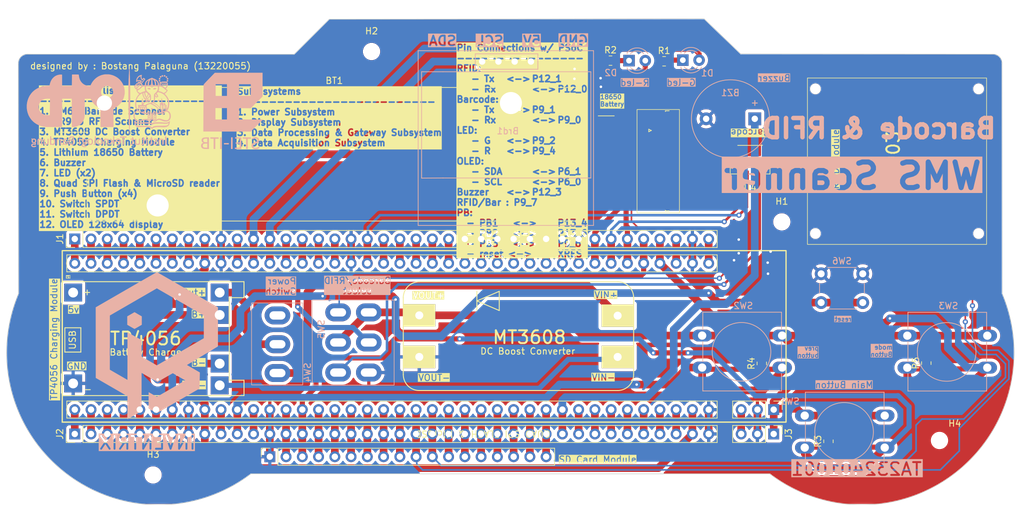
<source format=kicad_pcb>
(kicad_pcb (version 20221018) (generator pcbnew)
  (layers (0 "F.Cu" signal) (31 "B.Cu" signal) (34 "B.Paste" user) (35 "F.Paste" user) (36 "B.SilkS" user "B.Silkscreen") (37 "F.SilkS" user "F.Silkscreen") (38 "B.Mask" user) (39 "F.Mask" user) (44 "Edge.Cuts" user))
  (net 0 "")
  (net 1 "GND")
  (net 2 "+5V")
  (net 3 "P6_0")
  (net 4 "P6_1")
  (net 5 "P12_3")
  (net 6 "Net-(D1-K)")
  (net 7 "P9_2")
  (net 8 "Net-(D2-K)")
  (net 9 "P9_4")
  (net 10 "P5_0")
  (net 11 "P5_1")
  (net 12 "P5_2")
  (net 13 "P5_3")
  (net 14 "P5_4")
  (net 15 "P5_5")
  (net 16 "P5_6")
  (net 17 "P5_7")
  (net 18 "VTARG")
  (net 19 "VDD_USB")
  (net 20 "P6_2")
  (net 21 "P6_4")
  (net 22 "P6_5")
  (net 23 "P6_VDD")
  (net 24 "P9_0")
  (net 25 "P9_5")
  (net 26 "P9_3")
  (net 27 "P8_5")
  (net 28 "P8_2")
  (net 29 "P1_0")
  (net 30 "P6_3")
  (net 31 "P8_1")
  (net 32 "P8_6")
  (net 33 "P8_4")
  (net 34 "P8_3")
  (net 35 "P8_7")
  (net 36 "P8_0")
  (net 37 "P9_1")
  (net 38 "P9_7")
  (net 39 "P9_6")
  (net 40 "VBACKUP")
  (net 41 "VREF")
  (net 42 "B.TX")
  (net 43 "B.RTS")
  (net 44 "B.CTS")
  (net 45 "B.RX")
  (net 46 "P6_6")
  (net 47 "P6_7")
  (net 48 "XRES")
  (net 49 "P0_4")
  (net 50 "P13_6")
  (net 51 "P13_7")
  (net 52 "P13_5")
  (net 53 "P13_4")
  (net 54 "P13_0")
  (net 55 "P13_3")
  (net 56 "P13_2")
  (net 57 "P13_1")
  (net 58 "VDDIO_0")
  (net 59 "P12_4")
  (net 60 "P12_1")
  (net 61 "P12_0")
  (net 62 "P12_5")
  (net 63 "P11_6")
  (net 64 "P11_5")
  (net 65 "P11_7")
  (net 66 "P11_2")
  (net 67 "P11_3")
  (net 68 "P11_4")
  (net 69 "P0_5")
  (net 70 "P10_5")
  (net 71 "P10_1")
  (net 72 "P10_2")
  (net 73 "P10_4")
  (net 74 "P10_3")
  (net 75 "P10_0")
  (net 76 "+3V3")
  (net 77 "/Subsistem Power/BAT+")
  (net 78 "/Subsistem Power/BAT-")
  (net 79 "/POWER_RFID")
  (net 80 "/POWER_BARCODE")
  (net 81 "/Subsistem Power/PWR_SWITCH_OUT")
  (net 82 "/Subsistem Power/TP4056_OUT+")
  (net 94 "+5VA")
  (net 95 "/Subsistem Power/TP4056_OUT-")
  (footprint "Resistor_SMD:R_0805_2012Metric" (layer "F.Cu") (at 167.2825 50.2158)
    (fp_text reference "R1")
    (fp_text value "82")
  )
  (footprint "WMS_components:MT3608_module_v2" (layer "F.Cu") (at 146.02 93.166)
    (fp_text reference "U3" hide)
    (fp_text value "~")
  )
  (footprint "Resistor_SMD:R_0805_2012Metric" (layer "F.Cu") (at 192.9638 109.6029 90)
    (fp_text reference "R3")
    (fp_text value "10k")
  )
  (footprint "Battery:BatteryHolder_Keystone_1042_1x18650" (layer "F.Cu") (at 115.737 64.7446)
    (fp_text reference "BT1")
    (fp_text value "Battery")
  )
  (footprint "Resistor_SMD:R_0805_2012Metric" (layer "F.Cu") (at 158.9043 50.1142)
    (fp_text reference "R2")
    (fp_text value "120")
  )
  (footprint "MountingHole:MountingHole_2.2mm_M2" (layer "F.Cu") (at 185.674 75.311)
    (fp_text reference "H1")
    (fp_text value "MountingHole")
  )
  (footprint "Connector_PinHeader_2.54mm:PinHeader_1x40_P2.54mm_Vertical" (layer "F.Cu") (at 75.184 108.458 90)
    (fp_text reference "J2")
    (fp_text value "Conn_01x40_Socket")
  )
  (footprint "WMS_components:YR903_RFID_Scanner_FPC_v2" (layer "F.Cu") (at 203.6761 65.83 90)
    (fp_text reference "U1" hide)
    (fp_text value "~")
    (fp_circle (center -11.3 -12.75) (end -10.45 -12.75) (stroke (width 0.05)) (fill none) (layer "Edge.Cuts"))
    (fp_circle (center -11.3 12.75) (end -10.45 12.75) (stroke (width 0.05)) (fill none) (layer "Edge.Cuts"))
    (fp_circle (center 11.3 -12.75) (end 12.15 -12.75) (stroke (width 0.05)) (fill none) (layer "Edge.Cuts"))
    (fp_circle (center 11.3 12.75) (end 12.15 12.75) (stroke (width 0.05)) (fill none) (layer "Edge.Cuts"))
  )
  (footprint "Connector_PinHeader_2.54mm:PinHeader_1x03_P2.54mm_Vertical" (layer "F.Cu") (at 184.404 108.458 -90)
    (fp_text reference "J3")
    (fp_text value "Conn_01x03_Socket")
  )
  (footprint "MountingHole:MountingHole_2.2mm_M2" (layer "F.Cu") (at 210.312 109.474)
    (fp_text reference "H4")
    (fp_text value "MountingHole")
  )
  (footprint "MountingHole:MountingHole_2.2mm_M2" (layer "F.Cu") (at 121.5644 48.6918)
    (fp_text reference "H2")
    (fp_text value "MountingHole")
  )
  (footprint "Connector_JST:JST_SH_SM04B-SRSS-TB_1x04-1MP_P1.00mm_Horizontal" (layer "F.Cu") (at 180.721 66.04 180)
    (fp_text reference "U4")
    (fp_text value "~")
  )
  (footprint "Resistor_SMD:R_0805_2012Metric" (layer "F.Cu") (at 182.5498 97.4325 90)
    (fp_text reference "R4")
    (fp_text value "10k")
  )
  (footprint "Resistor_SMD:R_0805_2012Metric" (layer "F.Cu") (at 208.2546 97.3817 90)
    (fp_text reference "R5")
    (fp_text value "10k")
  )
  (footprint "WMS_components:CY8CPROTO-062-4343W_v3" (layer "F.Cu") (at 124.74 92.329 90)
    (fp_text reference "U6" hide)
    (fp_text value "~")
  )
  (footprint "MountingHole:MountingHole_2.2mm_M2" (layer "F.Cu") (at 87.4268 114.8588)
    (fp_text reference "H3")
    (fp_text value "MountingHole")
  )
  (footprint "WMS_components:Quad_SPI_flash_microSD_v2" (layer "F.Cu") (at 105.664 112.014 90)
    (fp_text reference "U5" hide)
    (fp_text value "~")
  )
  (footprint "WMS_components:TP4056-18650_v2" (layer "F.Cu") (at 73.23 84.66)
    (fp_text reference "U2" hide)
    (fp_text value "~")
  )
  (footprint "Connector_PinHeader_2.54mm:PinHeader_1x40_P2.54mm_Vertical" (layer "F.Cu") (at 75.184 77.978 90)
    (fp_text reference "J1")
    (fp_text value "Conn_01x40_Socket")
  )
  (footprint "WMS_components:DPDT" (layer "B.Cu") (at 116.332 89.4568 -90)
    (fp_text reference "SW5")
    (fp_text value "SW_Push_DPDT")
  )
  (footprint "Button_Switch_THT:SW_PUSH-12mm" (layer "B.Cu") (at 185.7248 93.0802 180)
    (fp_text reference "SW2")
    (fp_text value "SW_Push_Open")
  )
  (footprint "Buzzer_Beeper:Buzzer_12x9.5RM7.6" (layer "B.Cu") (at 181.4476 59.2074 180)
    (fp_text reference "BZ1")
    (fp_text value "Buzzer")
  )
  (footprint "img:stei-itb" (layer "B.Cu") (at 99.7458 57.9882 180)
    (fp_text reference "G***" hide)
    (fp_text value "LOGO" hide)
  )
  (footprint "img:itb" (layer "B.Cu") (at 78.9432 57.3024 180)
    (fp_text reference "G***" hide)
    (fp_text value "LOGO" hide)
  )
  (footprint "WMS_components:SPDT" (layer "B.Cu") (at 106.8578 98.933 90)
    (fp_text reference "SW4")
    (fp_text value "SW_SPDT")
  )
  (footprint "WMS_components:128x64OLED" (layer "B.Cu") (at 142.8496 60.8584 180)
    (fp_text reference "Brd1")
    (fp_text value "SSD1306")
  )
  (footprint "Button_Switch_THT:SW_PUSH-12mm" (layer "B.Cu") (at 217.7828 93.0948 180)
    (fp_text reference "SW3")
    (fp_text value "SW_Push_Open")
  )
  (footprint "LED_THT:LED_D3.0mm" (layer "B.Cu") (at 170.2054 50.038)
    (fp_text reference "D1")
    (fp_text value "LED")
  )
  (footprint "LED_THT:LED_D3.0mm" (layer "B.Cu") (at 161.798 50.1142)
    (fp_text reference "D2")
    (fp_text value "LED")
  )
  (footprint "Button_Switch_THT:SW_PUSH-12mm" (layer "B.Cu") (at 201.7554 105.5878 180)
    (fp_text reference "SW1")
    (fp_text value "SW_Push_Open")
  )
  (footprint "Button_Switch_THT:SW_PUSH_6mm_H9.5mm" (layer "B.Cu") (at 198.322 83.4242 180)
    (fp_text reference "SW6")
    (fp_text value "SW_Push_Open")
  )
  (footprint "img:inventrix_logo" (layer "B.Cu") (at 87.7824 94.6404 180)
    (fp_text reference "G***" hide)
    (fp_text value "LOGO" hide)
  )
  (gr_arc (start 102.713788 114.680999) (mid 73.739914 114.550188) (end 66.399059 86.521375) (stroke (width 0.1)) (layer "Edge.Cuts"))
  (gr_line (start 114.955035 43.6438) (end 109.474 49.1236) (stroke (width 0.1)) (layer "Edge.Cuts"))
  (gr_line (start 109.474 49.1236) (end 67.7672 49.1048) (stroke (width 0.1)) (layer "Edge.Cuts"))
  (gr_line (start 218.683271 49.1048) (end 179.2478 49.0728) (stroke (width 0.1)) (layer "Edge.Cuts"))
  (gr_arc (start 218.683271 49.1048) (mid 219.671099 49.513972) (end 220.080271 50.5018) (stroke (width 0.1)) (layer "Edge.Cuts"))
  (gr_line (start 151.8412 114.681) (end 183.794401 114.680999) (stroke (width 0.1)) (layer "Edge.Cuts"))
  (gr_arc (start 220.10913 86.521375) (mid 212.768276 114.550189) (end 183.794401 114.680999) (stroke (width 0.1)) (layer "Edge.Cuts"))
  (gr_line (start 66.399059 86.521375) (end 66.3702 50.5018) (stroke (width 0.1)) (layer "Edge.Cuts"))
  (gr_arc (start 66.3702 50.5018) (mid 66.779372 49.513972) (end 67.7672 49.1048) (stroke (width 0.1)) (layer "Edge.Cuts"))
  (gr_line (start 220.10913 86.521375) (end 220.080271 50.5018) (stroke (width 0.1)) (layer "Edge.Cuts"))
  (gr_line (start 114.955035 43.6438) (end 173.2534 43.5864) (stroke (width 0.1)) (layer "Edge.Cuts"))
  (gr_line (start 173.2534 43.5864) (end 173.5328 43.5864) (stroke (width 0.1)) (layer "Edge.Cuts"))
  (gr_line (start 102.713788 114.680999) (end 151.8412 114.681) (stroke (width 0.1)) (layer "Edge.Cuts"))
  (gr_line (start 179.2478 49.0728) (end 173.5328 43.5864) (stroke (width 0.1)) (layer "Edge.Cuts"))
  (gr_text "R-led" (at 165.0746 54.1528) (layer "B.SilkS" knockout) (effects (font (size 1 1)) (justify left bottom mirror)))
  (gr_text "Barcode/RFID\nselect" (at 119.3546 86.6902) (layer "B.SilkS" knockout) (effects (font (size 1 1)) (justify bottom mirror)))
  (gr_text "reset" (at 196.6468 90.932) (layer "B.SilkS" knockout) (effects (font (size 0.7 0.7)) (justify left bottom mirror)))
  (gr_text "Buzzer" (at 187.1218 53.4162) (layer "B.SilkS" knockout) (effects (font (size 1 1)) (justify left bottom mirror)))
  (gr_text "Barcode & RFID" (at 219.5068 62.484) (layer "B.SilkS") (effects (font (size 3 3) (thickness 0.7) bold) (justify left bottom mirror)))
  (gr_text "mode\nButton" (at 203.0476 96.4438) (layer "B.SilkS" knockout) (effects (font (size 0.7 0.7)) (justify left bottom mirror)))
  (gr_text "Power\nSwitch" (at 109.8804 86.7664) (layer "B.SilkS" knockout) (effects (font (size 1 1)) (justify left bottom mirror)))
  (gr_text "WMS Scanner" (at 217.2716 70.485) (layer "B.SilkS" knockout) (effects (font (size 4 4) (thickness 0.8) bold) (justify left bottom mirror)))
  (gr_text "prev\nbutton" (at 191.5414 96.5962) (layer "B.SilkS" knockout) (effects (font (size 0.7 0.7)) (justify left bottom mirror)))
  (gr_text "INVENTRIX" (at 94.2594 111.0234) (layer "B.SilkS" knockout) (effects (font (size 2 2) (thickness 0.3)) (justify left bottom mirror)))
  (gr_text "Main Button" (at 200.025 101.3714) (layer "B.SilkS" knockout) (effects (font (size 1 1)) (justify left bottom mirror)))
  (gr_text "G-led" (at 172.3136 54.1274) (layer "B.SilkS" knockout) (effects (font (size 1 1)) (justify left bottom mirror)))
  (gr_text "TA232401001" (at 207.7212 115.1128) (layer "B.SilkS" knockout) (effects (font (size 2 2) (thickness 0.3)) (justify left bottom mirror)))
  (gr_text "designed by : Bostang Palaguna (13220055)" (at 68.1228 51.5366) (layer "F.SilkS") (effects (font (size 1 1)) (justify left bottom)))
  (gr_text "Sub-systems\n-------------------------\n1. Power Subsystem\n2. Display Subsystem\n3. Data Processing & Gateway Subsystem\n4. Data Acquisition Subsystem" (at 100.4062 63.5508) (layer "F.SilkS" knockout) (effects (font (size 1 1) (thickness 0.25)) (justify left bottom)))
  (gr_text "SD Card Module" (at 150.7236 113.03) (layer "F.SilkS" knockout) (effects (font (size 1 1)) (justify left bottom)))
  (gr_text "RFID Module" (at 194.691 70.2818 90) (layer "F.SilkS" knockout) (effects (font (size 1 1)) (justify left bottom)))
  (gr_text "18650\nBattery" (at 157.2006 57.3278) (layer "F.SilkS" knockout) (effects (font (size 0.7 0.7)) (justify left bottom)))
  (gr_text "TP4056 Charging Module" (at 72.517 103.2256 90) (layer "F.SilkS" knockout) (effects (font (size 1 1)) (justify left bottom)))
  (gr_text "Components list\n-----------------------\n1. GM67 Barcode Scanner\n2. YR903 RFID Scanner\n3. MT3608 DC Boost Converter\n4. TP4056 Charging Module\n5. Lithium 18650 Battery\n6. Buzzer\n7. LED (x2)\n8. Quad SPI Flash & MicroSD reader\n9. Push Button (x4)\n10. Switch SPDT\n11. Switch DPDT\n12. OLED 128x64 display" (at 69.5198 76.3016) (layer "F.SilkS" knockout) (effects (font (size 1 1) (thickness 0.25)) (justify left bottom)))
  (gr_text "Barcode" (at 183.8452 60.7822 180) (layer "F.SilkS" knockout) (effects (font (size 1 1)) (justify left bottom)))
  (gr_text "Pin Connections w/ PSoC\n----------------\nRFID:\n   - Tx	<->	P12_1\n   - Rx 	<->	P12_0\nBarcode:\n   - Tx	<->	P9_1\n   - Rx 	<->	P9_0\nLED:\n   - G	<->	P9_2\n   - R	<->	P9_4\nOLED:\n   - SDA	<->	P6_1\n   - SCL	<->	P6_0\nBuzzer	<->	P12_3\nRFID/Bar : P9_7\nPB:\n  - PB1   <->	P13_4\n  - PB2   <->	P13_6\n  - PB3   <->	P9_6\n  - reset <->	XRES" (at 134.7216 80.899) (layer "F.SilkS" knockout) (effects (font (size 1 1) (thickness 0.25)) (justify left bottom)))
  (segment (start 164.084 65.0292) (end 164.775 65.0292) (width 0.25) (layer "F.Cu") (net 1))
  (segment (start 164.8648 66.5292) (end 164.084 66.5292) (width 0.25) (layer "F.Cu") (net 1))
  (segment (start 171.704 77.978) (end 171.704 81.788) (width 1.2) (layer "F.Cu") (net 1))
  (segment (start 92.964 104.648) (end 92.964 108.458) (width 1.2) (layer "F.Cu") (net 1))
  (segment (start 174.244 108.458) (end 174.244 104.648) (width 1.2) (layer "F.Cu") (net 1))
  (segment (start 164.8912 62.5292) (end 165.3286 62.9666) (width 0.25) (layer "F.Cu") (net 1))
  (segment (start 164.1216 64.5668) (end 164.084 64.5292) (width 0.25) (layer "F.Cu") (net 1))
  (segment (start 164.7444 64.5668) (end 164.1216 64.5668) (width 0.25) (layer "F.Cu") (net 1))
  (segment (start 165.2778 65.532) (end 165.2778 66.1162) (width 0.25) (layer "F.Cu") (net 1))
  (segment (start 181.864 108.458) (end 181.864 104.648) (width 1.2) (layer "F.Cu") (net 1))
  (segment (start 165.2778 66.1162) (end 164.8648 66.5292) (width 0.25) (layer "F.Cu") (net 1))
  (segment (start 164.084 62.5292) (end 164.8912 62.5292) (width 0.25) (layer "F.Cu") (net 1))
  (segment (start 105.664 108.458) (end 105.664 112.014) (width 1.2) (layer "F.Cu") (net 1))
  (segment (start 165.3286 63.9826) (end 164.7444 64.5668) (width 0.25) (layer "F.Cu") (net 1))
  (segment (start 98.044 77.978) (end 98.044 81.788) (width 1.2) (layer "F.Cu") (net 1))
  (segment (start 164.084 66.5292) (end 164.084 67.0292) (width 0.25) (layer "F.Cu") (net 1))
  (segment (start 118.364 81.788) (end 118.364 77.978) (width 1.2) (layer "F.Cu") (net 1))
  (segment (start 165.3286 62.9666) (end 165.3286 63.9826) (width 0.25) (layer "F.Cu") (net 1))
  (segment (start 164.084 62.0292) (end 164.084 62.5292) (width 0.25) (layer "F.Cu") (net 1))
  (segment (start 164.084 64.5292) (end 164.084 65.0292) (width 0.25) (layer "F.Cu") (net 1))
  (segment (start 151.384 81.788) (end 151.384 77.978) (width 1.2) (layer "F.Cu") (net 1))
  (segment (start 164.775 65.0292) (end 165.2778 65.532) (width 0.25) (layer "F.Cu") (net 1))
  (segment (start 105.664 104.648) (end 105.664 108.458) (width 1.2) (layer "F.Cu") (net 1))
  (via (at 183.9214 79.9592) (size 0.8) (drill 0.4) (layers "F.Cu" "B.Cu") (net 1))
  (via (at 183.515 83.4136) (size 0.8) (drill 0.4) (layers "F.Cu" "B.Cu") (net 1))
  (via (at 178.943 78.0796) (size 0.8) (drill 0.4) (layers "F.Cu" "B.Cu") (net 1))
  (via (at 153.2636 52.959) (size 0.8) (drill 0.4) (layers "F.Cu" "B.Cu") (net 1))
  (via (at 157.353 52.8574) (size 0.8) (drill 0.4) (layers "F.Cu" "B.Cu") (net 1))
  (via (at 178.2064 81.3054) (size 0.8) (drill 0.4) (layers "F.Cu" "B.Cu") (net 1))
  (via (at 153.289 51.4096) (size 0.8) (drill 0.4) (layers "F.Cu" "B.Cu") (net 1))
  (via (at 183.4642 81.6864) (size 0.8) (drill 0.4) (layers "F.Cu" "B.Cu") (net 1))
  (via (at 178.943 80.2132) (size 0.8) (drill 0.4) (layers "F.Cu" "B.Cu") (net 1))
  (via (at 157.4038 54.2036) (size 0.8) (drill 0.4) (layers "F.Cu" "B.Cu") (net 1))
  (segment (start 121.132 89.4568) (end 128.5608 89.4568) (width 1.2) (layer "F.Cu") (net 2))
  (segment (start 154.559 93.0656) (end 154.5444 93.0802) (width 1.2) (layer "F.Cu") (net 2))
  (segment (start 143.9296 49.3644) (end 146.2532 47.0408) (width 1.2) (layer "F.Cu") (net 2))
  (segment (start 184.404 104.648) (end 184.404 108.458) (width 1.2) (layer "F.Cu") (net 2))
  (segment (start 143.9296 50.2584) (end 143.9296 49.3644) (width 1.2) (layer "F.Cu") (net 2))
  (segment (start 179.2732 51.5874) (end 218.0082 51.5874) (width 1.2) (layer "F.Cu") (net 2))
  (segment (start 173.2248 93.0802) (end 185.7248 93.0802) (width 1.2) (layer "F.Cu") (net 2))
  (segment (start 201.7554 105.5878) (end 189.2554 105.5878) (width 1.2) (layer "F.Cu") (net 2))
  (segment (start 121.132 89.4568) (end 121.032 89.4568) (width 1.2) (layer "F.Cu") (net 2))
  (segment (start 174.7266 47.0408) (end 179.2732 51.5874) (width 1.2) (layer "F.Cu") (net 2))
  (segment (start 184.531 104.521) (end 184.404 104.648) (width 1.2) (layer "F.Cu") (net 2))
  (segment (start 154.5444 93.0802) (end 173.2248 93.0802) (width 1.2) (layer "F.Cu") (net 2))
  (segment (start 185.7394 93.0948) (end 185.7248 93.0802) (width 1.2) (layer "F.Cu") (net 2))
  (segment (start 205.2828 93.0948) (end 217.7828 93.0948) (width 1.2) (layer "F.Cu") (net 2))
  (segment (start 218.7956 52.3748) (end 218.7956 88.4428) (width 1.2) (layer "F.Cu") (net 2))
  (segment (start 128.5608 89.4568) (end 129.02 89.916) (width 1.2) (layer "F.Cu") (net 2))
  (segment (start 184.404 104.648) (end 184.404 103.4288) (width 1.2) (layer "F.Cu") (net 2))
  (segment (start 189.1284 96.4838) (end 185.7248 93.0802) (width 1.2) (layer "F.Cu") (net 2))
  (segment (start 189.0776 105.5878) (end 188.0108 104.521) (width 1.2) (layer "F.Cu") (net 2))
  (segment (start 189.1284 98.7044) (end 189.1284 96.4838) (width 1.2) (layer "F.Cu") (net 2))
  (segment (start 217.7288 93.0408) (end 217.7828 93.0948) (width 1.2) (layer "F.Cu") (net 2))
  (segment (start 217.7288 89.5096) (end 217.7288 93.0408) (width 1.2) (layer "F.Cu") (net 2))
  (segment (start 146.2532 47.0408) (end 174.7266 47.0408) (width 1.2) (layer "F.Cu") (net 2))
  (segment (start 184.404 103.4288) (end 189.1284 98.7044) (width 1.2) (layer "F.Cu") (net 2))
  (segment (start 189.2554 105.5878) (end 189.0776 105.5878) (width 1.2) (layer "F.Cu") (net 2))
  (segment (start 205.2828 93.0948) (end 185.7394 93.0948) (width 1.2) (layer "F.Cu") (net 2))
  (segment (start 218.0082 51.5874) (end 218.7956 52.3748) (width 1.2) (layer "F.Cu") (net 2))
  (segment (start 129.02 89.916) (end 151.4094 89.916) (width 1.2) (layer "F.Cu") (net 2))
  (segment (start 218.7956 88.4428) (end 217.7288 89.5096) (width 1.2) (layer "F.Cu") (net 2))
  (segment (start 121.032 89.4568) (end 116.332 94.1568) (width 1.2) (layer "F.Cu") (net 2))
  (segment (start 151.4094 89.916) (end 154.559 93.0656) (width 1.2) (layer "F.Cu") (net 2))
  (segment (start 188.0108 104.521) (end 184.531 104.521) (width 1.2) (layer "F.Cu") (net 2))
  (segment (start 103.124 77.978) (end 103.124 81.788) (width 1.2) (layer "F.Cu") (net 3))
  (segment (start 103.124 77.978) (end 103.124 74.9046) (width 1.2) (layer "B.Cu") (net 3))
  (segment (start 129.794 48.2346) (end 140.6144 48.2346) (width 1.2) (layer "B.Cu") (net 3))
  (segment (start 103.124 74.9046) (end 129.794 48.2346) (width 1.2) (layer "B.Cu") (net 3))
  (segment (start 141.3896 49.0098) (end 141.3896 50.2584) (width 1.2) (layer "B.Cu") (net 3))
  (segment (start 140.6144 48.2346) (end 141.3896 49.0098) (width 1.2) (layer "B.Cu") (net 3))
  (segment (start 105.664 81.788) (end 105.664 77.978) (width 1.2) (layer "F.Cu") (net 4))
  (segment (start 131.1738 50.2584) (end 138.8496 50.2584) (width 1.2) (layer "B.Cu") (net 4))
  (segment (start 105.664 77.978) (end 105.664 75.7682) (width 1.2) (layer "B.Cu") (net 4))
  (segment (start 105.664 75.7682) (end 131.1738 50.2584) (width 1.2) (layer "B.Cu") (net 4))
  (segment (start 151.384 108.458) (end 151.384 104.648) (width 1.2) (layer "F.Cu") (net 5))
  (segment (start 151.384 104.648) (end 151.384 103.1748) (width 1.2) (layer "B.Cu") (net 5))
  (segment (start 168.783 92.1512) (end 172.7708 88.1634) (width 1.2) (layer "B.Cu") (net 5))
  (segment (start 172.7708 88.1634) (end 176.9618 88.1634) (width 1.2) (layer "B.Cu") (net 5))
  (segment (start 164.5666 102.7176) (end 168.783 98.5012) (width 1.2) (layer "B.Cu") (net 5))
  (segment (start 176.9618 88.1634) (end 181.4476 83.6776) (width 1.2) (layer "B.Cu") (net 5))
  (segment (start 151.384 103.1748) (end 151.8412 102.7176) (width 1.2) (layer "B.Cu") (net 5))
  (segment (start 151.8412 102.7176) (end 164.5666 102.7176) (width 1.2) (layer "B.Cu") (net 5))
  (segment (start 181.4476 83.6776) (end 181.4476 59.2074) (width 1.2) (layer "B.Cu") (net 5))
  (segment (start 168.783 98.5012) (end 168.783 92.1512) (width 1.2) (layer "B.Cu") (net 5))
  (segment (start 168.3728 50.038) (end 168.195 50.2158) (width 0.8) (layer "F.Cu") (net 6))
  (segment (start 170.2054 50.038) (end 168.3728 50.038) (width 0.8) (layer "F.Cu") (net 6))
  (segment (start 156.464 77.978) (end 156.464 76.962) (width 0.8) (layer "F.Cu") (net 7))
  (segment (start 156.5656 48.3362) (end 172.0596 48.3362) (width 0.8) (layer "F.Cu") (net 7))
  (segment (start 155.3464 55.4736) (end 155.3464 49.5554) (width 0.8) (layer "F.Cu") (net 7))
  (segment (start 156.464 76.962) (end 160.0962 73.3298) (width 0.8) (layer "F.Cu") (net 7))
  (segment (start 160.0962 73.3298) (end 160.0962 60.2234) (width 0.8) (layer "F.Cu") (net 7))
  (segment (start 155.3464 49.5554) (end 156.5656 48.3362) (width 0.8) (layer "F.Cu") (net 7))
  (segment (start 172.7454 49.022) (end 172.7454 50.038) (width 0.8) (layer "F.Cu") (net 7))
  (segment (start 160.0962 60.2234) (end 155.3464 55.4736) (width 0.8) (layer "F.Cu") (net 7))
  (segment (start 156.464 81.788) (end 156.464 77.978) (width 1.2) (layer "F.Cu") (net 7))
  (segment (start 172.0596 48.3362) (end 172.7454 49.022) (width 0.8) (layer "F.Cu") (net 7))
  (segment (start 159.8168 50.1142) (end 161.798 50.1142) (width 0.8) (layer "F.Cu") (net 8))
  (segment (start 161.3408 58.6486) (end 161.3408 75.9206) (width 0.8) (layer "F.Cu") (net 9))
  (segment (start 164.338 55.6514) (end 161.3408 58.6486) (width 0.8) (layer "F.Cu") (net 9))
  (segment (start 161.3408 75.9206) (end 161.544 76.1238) (width 0.8) (layer "F.Cu") (net 9))
  (segment (start 161.544 81.788) (end 161.544 77.978) (width 1.2) (layer "F.Cu") (net 9))
  (segment (start 164.338 50.1142) (end 164.338 55.6514) (width 0.8) (layer "F.Cu") (net 9))
  (segment (start 161.544 76.1238) (end 161.544 77.978) (width 0.8) (layer "F.Cu") (net 9))
  (segment (start 75.184 81.788) (end 75.184 77.978) (width 1.2) (layer "F.Cu") (net 10))
  (segment (start 77.724 81.788) (end 77.724 77.978) (width 1.2) (layer "F.Cu") (net 11))
  (segment (start 80.264 77.978) (end 80.264 81.788) (width 1.2) (layer "F.Cu") (net 12))
  (segment (start 82.804 81.788) (end 82.804 77.978) (width 1.2) (layer "F.Cu") (net 13))
  (segment (start 85.344 81.788) (end 85.344 77.978) (width 1.2) (layer "F.Cu") (net 14))
  (segment (start 87.884 77.978) (end 87.884 81.788) (width 1.2) (layer "F.Cu") (net 15))
  (segment (start 90.424 77.978) (end 90.424 81.788) (width 1.2) (layer "F.Cu") (net 16))
  (segment (start 92.964 77.978) (end 92.964 81.788) (width 1.2) (layer "F.Cu") (net 17))
  (segment (start 171.704 104.648) (end 171.704 108.458) (width 1.2) (layer "F.Cu") (net 18))
  (segment (start 95.504 103.7082) (end 95.504 104.648) (width 1.2) (layer "F.Cu") (net 18))
  (segment (start 95.504 82.7278) (end 91.567 86.6648) (width 1.2) (layer "F.Cu") (net 18))
  (segment (start 166.37 113.792) (end 98.9076 113.792) (width 1.2) (layer "F.Cu") (net 18))
  (segment (start 171.704 108.458) (end 166.37 113.792) (width 1.2) (layer "F.Cu") (net 18))
  (segment (start 98.9076 113.792) (end 95.504 110.3884) (width 1.2) (layer "F.Cu") (net 18))
  (segment (start 91.7448 99.949) (end 95.504 103.7082) (width 1.2) (layer "F.Cu") (net 18))
  (segment (start 88.138 99.949) (end 91.7448 99.949) (width 1.2) (layer "F.Cu") (net 18))
  (segment (start 95.504 110.3884) (end 95.504 108.458) (width 1.2) (layer "F.Cu") (net 18))
  (segment (start 95.504 104.648) (end 95.504 108.458) (width 1.2) (layer "F.Cu") (net 18))
  (segment (start 95.504 81.788) (end 95.504 77.978) (width 1.2) (layer "F.Cu") (net 18))
  (segment (start 95.504 81.788) (end 95.504 82.7278) (width 1.2) (layer "F.Cu") (net 18))
  (via (at 88.138 99.949) (size 0.8) (drill 0.4) (layers "F.Cu" "B.Cu") (net 18))
  (via (at 91.567 86.6648) (size 0.8) (drill 0.4) (layers "F.Cu" "B.Cu") (net 18))
  (segment (start 91.567 89.408) (end 91.567 86.6648) (width 1.2) (layer "B.Cu") (net 18))
  (segment (start 86.9442 94.0308) (end 91.567 89.408) (width 1.2) (layer "B.Cu") (net 18))
  (segment (start 86.9442 98.7552) (end 86.9442 94.0308) (width 1.2) (layer "B.Cu") (net 18))
  (segment (start 88.138 99.949) (end 86.9442 98.7552) (width 1.2) (layer "B.Cu") (net 18))
  (segment (start 100.584 81.788) (end 100.584 77.978) (width 1.2) (layer "F.Cu") (net 19))
  (segment (start 108.204 77.978) (end 108.204 81.788) (width 1.2) (layer "F.Cu") (net 20))
  (segment (start 110.744 77.978) (end 110.744 81.788) (width 1.2) (layer "F.Cu") (net 21))
  (segment (start 113.284 81.788) (end 113.284 77.978) (width 1.2) (layer "F.Cu") (net 22))
  (segment (start 115.824 77.978) (end 115.824 81.788) (width 1.2) (layer "F.Cu") (net 23))
  (segment (start 180.221 68.04) (end 180.221 73.017) (width 0.4) (layer "F.Cu") (net 24))
  (segment (start 180.221 73.017) (end 178.9684 74.2696) (width 0.4) (layer "F.Cu") (net 24))
  (segment (start 120.904 77.978) (end 120.904 81.788) (width 1.2) (layer "F.Cu") (net 24))
  (via (at 178.9684 74.2696) (size 0.8) (drill 0.4) (layers "F.Cu" "B.Cu") (net 24))
  (segment (start 122.8852 74.2696) (end 121.0056 76.1492) (width 0.4) (layer "B.Cu") (net 24))
  (segment (start 121.0056 77.8764) (end 120.904 77.978) (width 0.4) (layer "B.Cu") (net 24))
  (segment (start 178.9684 74.2696) (end 122.8852 74.2696) (width 0.4) (layer "B.Cu") (net 24))
  (segment (start 121.0056 76.1492) (end 121.0056 77.8764) (width 0.4) (layer "B.Cu") (net 24))
  (segment (start 123.444 81.788) (end 123.444 77.978) (width 1.2) (layer "F.Cu") (net 25))
  (segment (start 125.984 77.978) (end 125.984 81.788) (width 1.2) (layer "F.Cu") (net 26))
  (segment (start 128.524 81.788) (end 128.524 77.978) (width 1.2) (layer "F.Cu") (net 27))
  (segment (start 131.064 77.978) (end 131.064 81.788) (width 1.2) (layer "F.Cu") (net 28))
  (segment (start 133.604 81.788) (end 133.604 77.978) (width 1.2) (layer "F.Cu") (net 29))
  (segment (start 136.144 77.978) (end 136.144 81.788) (width 1.2) (layer "F.Cu") (net 30))
  (segment (start 138.684 81.788) (end 138.684 77.978) (width 1.2) (layer "F.Cu") (net 31))
  (segment (start 141.224 77.978) (end 141.224 81.788) (width 1.2) (layer "F.Cu") (net 32))
  (segment (start 143.764 81.788) (end 143.764 77.978) (width 1.2) (layer "F.Cu") (net 33))
  (segment (start 146.304 81.788) (end 146.304 77.978) (width 1.2) (layer "F.Cu") (net 34))
  (segment (start 148.844 77.978) (end 148.844 81.788) (width 1.2) (layer "F.Cu") (net 35))
  (segment (start 153.924 77.978) (end 153.924 81.788) (width 1.2) (layer "F.Cu") (net 36))
  (segment (start 179.221 68.04) (end 179.221 72.747) (width 0.4) (layer "F.Cu") (net 37))
  (segment (start 159.004 77.978) (end 159.004 81.788) (width 1.2) (layer "F.Cu") (net 37))
  (segment (start 179.221 72.747) (end 176.6824 75.2856) (width 0.4) (layer "F.Cu") (net 37))
  (via (at 176.6824 75.2856) (size 0.8) (drill 0.4) (layers "F.Cu" "B.Cu") (net 37))
  (segment (start 160.2994 75.2856) (end 159.004 76.581) (width 0.4) (layer "B.Cu") (net 37))
  (segment (start 159.004 76.581) (end 159.004 77.978) (width 0.4) (layer "B.Cu") (net 37))
  (segment (start 176.6824 75.2856) (end 160.2994 75.2856) (width 0.4) (layer "B.Cu") (net 37))
  (segment (start 163.6268 83.7692) (end 164.084 83.312) (width 0.8) (layer "F.Cu") (net 38))
  (segment (start 164.084 81.788) (end 164.084 77.978) (width 1.2) (layer "F.Cu") (net 38))
  (segment (start 164.084 83.312) (end 164.084 81.788) (width 0.8) (layer "F.Cu") (net 38))
  (segment (start 111.76 83.7692) (end 163.6268 83.7692) (width 0.8) (layer "F.Cu") (net 38))
  (segment (start 110.0328 85.4964) (end 111.76 83.7692) (width 0.8) (layer "F.Cu") (net 38))
  (segment (start 110.0328 88.5952) (end 110.0328 85.4964) (width 0.8) (layer "F.Cu") (net 38))
  (via (at 110.0328 88.5952) (size 0.8) (drill 0.4) (layers "F.Cu" "B.Cu") (net 38))
  (segment (start 113.2586 91.821) (end 113.157 91.7194) (width 0.8) (layer "B.Cu") (net 38))
  (segment (start 118.6688 91.821) (end 113.2586 91.821) (width 0.8) (layer "B.Cu") (net 38))
  (segment (start 113.157 91.7194) (end 110.0328 88.5952) (width 0.8) (layer "B.Cu") (net 38))
  (segment (start 121.0046 94.1568) (end 118.6688 91.821) (width 0.8) (layer "B.Cu") (net 38))
  (segment (start 121.132 94.1568) (end 121.0046 94.1568) (width 0.8) (layer "B.Cu") (net 38))
  (segment (start 214.7602 101.1174) (end 217.7828 98.0948) (width 1.2) (layer "F.Cu") (net 39))
  (segment (start 205.4822 98.2942) (end 205.2828 98.0948) (width 0.8) (layer "F.Cu") (net 39))
  (segment (start 205.2828 99.6188) (end 206.7814 101.1174) (width 1.2) (layer "F.Cu") (net 39))
  (segment (start 208.2546 98.2942) (end 217.5834 98.2942) (width 0.8) (layer "F.Cu") (net 39))
  (segment (start 208.2546 98.2942) (end 205.4822 98.2942) (width 0.8) (layer "F.Cu") (net 39))
  (segment (start 206.7814 101.1174) (end 214.7602 101.1174) (width 1.2) (layer "F.Cu") (net 39))
  (segment (start 192.4812 91.0844) (end 201.8792 91.0844) (width 1.2) (layer "F.Cu") (net 39))
  (segment (start 205.2828 98.0948) (end 205.2828 99.6188) (width 1.2) (layer "F.Cu") (net 39))
  (segment (start 166.624 81.788) (end 175.9204 91.0844) (width 1.2) (layer "F.Cu") (net 39))
  (segment (start 166.624 77.978) (end 166.624 81.788) (width 1.2) (layer "F.Cu") (net 39))
  (segment (start 201.8792 91.0844) (end 202.565 90.3986) (width 1.2) (layer "F.Cu") (net 39))
  (segment (start 175.9204 91.0844) (end 192.4812 91.0844) (width 1.2) (layer "F.Cu") (net 39))
  (segment (start 217.5834 98.2942) (end 217.7828 98.0948) (width 0.8) (layer "F.Cu") (net 39))
  (via (at 202.565 90.3986) (size 0.8) (drill 0.4) (layers "F.Cu" "B.Cu") (net 39))
  (segment (start 202.565 90.3986) (end 209.4992 90.3986) (width 1.2) (layer "B.Cu") (net 39))
  (segment (start 214.6808 98.0948) (end 217.7828 98.0948) (width 1.2) (layer "B.Cu") (net 39))
  (segment (start 211.6328 92.5322) (end 211.6328 95.0468) (width 1.2) (layer "B.Cu") (net 39))
  (segment (start 211.6328 95.0468) (end 214.6808 98.0948) (width 1.2) (layer "B.Cu") (net 39))
  (segment (start 209.4992 90.3986) (end 211.6328 92.5322) (width 1.2) (layer "B.Cu") (net 39))
  (segment (start 169.164 81.788) (end 169.164 77.978) (width 1.2) (layer "F.Cu") (net 40))
  (segment (start 174.244 81.788) (end 174.244 77.978) (width 1.2) (layer "F.Cu") (net 41))
  (segment (start 75.184 104.648) (end 75.184 108.458) (width 1.2) (layer "F.Cu") (net 42))
  (segment (start 77.724 104.648) (end 77.724 108.458) (width 1.2) (layer "F.Cu") (net 43))
  (segment (start 80.264 104.648) (end 80.264 108.458) (width 1.2) (layer "F.Cu") (net 44))
  (segment (start 82.804 104.648) (end 82.804 108.458) (width 1.2) (layer "F.Cu") (net 45))
  (segment (start 85.344 104.648) (end 85.344 108.458) (width 1.2) (layer "F.Cu") (net 46))
  (segment (start 87.884 104.648) (end 87.884 108.458) (width 1.2) (layer "F.Cu") (net 47))
  (segment (start 191.822 87.9242) (end 175.732 87.9242) (width 1.2) (layer "F.Cu") (net 48))
  (segment (start 90.424 104.648) (end 90.424 108.458) (width 1.2) (layer "F.Cu") (net 48))
  (segment (start 175.732 87.9242) (end 174.244 86.4362) (width 1.2) (layer "F.Cu") (net 48))
  (segment (start 191.822 87.9242) (end 198.322 87.9242) (width 1.2) (layer "F.Cu") (net 48))
  (segment (start 124.7902 86.9188) (end 113.919 86.9188) (width 1.2) (layer "F.Cu") (net 48))
  (segment (start 125.3236 87.4522) (end 124.7902 86.9188) (width 1.2) (layer "F.Cu") (net 48))
  (via (at 125.3236 87.4522) (size 0.8) (drill 0.4) (layers "F.Cu" "B.Cu") (net 48))
  (via (at 174.244 86.4362) (size 0.8) (drill 0.4) (layers "F.Cu" "B.Cu") (net 48))
  (via (at 113.919 86.9188) (size 0.8) (drill 0.4) (layers "F.Cu" "B.Cu") (net 48))
  (segment (start 126.1364 93.1672) (end 125.3236 92.3544) (width 1.2) (layer "B.Cu") (net 48))
  (segment (start 132.4356 93.2434) (end 132.3594 93.1672) (width 1.2) (layer "B.Cu") (net 48))
  (segment (start 90.424 96.5962) (end 90.424 104.648) (width 1.2) (layer "B.Cu") (net 48))
  (segment (start 174.244 86.4362) (end 139.2428 86.4362) (width 1.2) (layer "B.Cu") (net 48))
  (segment (start 101.0666 91.8718) (end 99.4156 93.5228) (width 1.2) (layer "B.Cu") (net 48))
  (segment (start 101.0666 89.2048) (end 101.0666 91.8718) (width 1.2) (layer "B.Cu") (net 48))
  (segment (start 139.2428 86.4362) (end 132.4356 93.2434) (width 1.2) (layer "B.Cu") (net 48))
  (segment (start 91.7956 95.2246) (end 90.424 96.5962) (width 1.2) (layer "B.Cu") (net 48))
  (segment (start 103.3526 86.9188) (end 101.0666 89.2048) (width 1.2) (layer "B.Cu") (net 48))
  (segment (start 113.919 86.9188) (end 103.3526 86.9188) (width 1.2) (layer "B.Cu") (net 48))
  (segment (start 125.3236 92.0242) (end 125.3236 87.4522) (width 1.2) (layer "B.Cu") (net 48))
  (segment (start 125.3236 92.3544) (end 125.3236 92.0242) (width 1.2) (layer "B.Cu") (net 48))
  (segment (start 132.3594 93.1672) (end 126.1364 93.1672) (width 1.2) (layer "B.Cu") (net 48))
  (segment (start 99.4156 93.5228) (end 93.4466 93.5228) (width 1.2) (layer "B.Cu") (net 48))
  (segment (start 93.4466 93.5228) (end 91.7956 95.1738) (width 1.2) (layer "B.Cu") (net 48))
  (segment (start 91.7956 95.1738) (end 91.7956 95.2246) (width 1.2) (layer "B.Cu") (net 48))
  (segment (start 98.044 104.648) (end 98.044 108.458) (width 1.2) (layer "F.Cu") (net 49))
  (segment (start 182.5498 98.345) (end 185.46 98.345) (width 0.8) (layer "F.Cu") (net 50))
  (segment (start 185.7248 98.0802) (end 185.7248 98.6536) (width 1.2) (layer "F.Cu") (net 50))
  (segment (start 162.9918 100.7364) (end 168.275 100.7364) (width 1.2) (layer "F.Cu") (net 50))
  (segment (start 174.7774 101.6508) (end 173.228 100.1014) (width 1.2) (layer "F.Cu") (net 50))
  (segment (start 173.2248 100.1046) (end 173.2248 98.0802) (width 1.2) (layer "F.Cu") (net 50))
  (segment (start 100.584 104.648) (end 100.584 108.458) (width 1.2) (layer "F.Cu") (net 50))
  (segment (start 173.4896 98.345) (end 173.2248 98.0802) (width 0.8) (layer "F.Cu") (net 50))
  (segment (start 170.9312 98.0802) (end 173.2248 98.0802) (width 1.2) (layer "F.Cu") (net 50))
  (segment (start 173.228 100.1014) (end 173.2248 100.1046) (width 1.2) (layer "F.Cu") (net 50))
  (segment (start 182.7276 101.6508) (end 174.7774 101.6508) (width 1.2) (layer "F.Cu") (net 50))
  (segment (start 168.275 100.7364) (end 170.9312 98.0802) (width 1.2) (layer "F.Cu") (net 50))
  (segment (start 182.5498 98.345) (end 173.4896 98.345) (width 0.8) (layer "F.Cu") (net 50))
  (segment (start 185.7248 98.6536) (end 182.7276 101.6508) (width 1.2) (layer "F.Cu") (net 50))
  (segment (start 185.46 98.345) (end 185.7248 98.0802) (width 0.8) (layer "F.Cu") (net 50))
  (via (at 162.9918 100.7364) (size 0.8) (drill 0.4) (layers "F.Cu" "B.Cu") (net 50))
  (segment (start 100.584 104.648) (end 100.584 103.6828) (width 1.2) (layer "B.Cu") (net 50))
  (segment (start 150.9268 100.7364) (end 162.9918 100.7364) (width 1.2) (layer "B.Cu") (net 50))
  (segment (start 100.584 103.6828) (end 101.473 102.7938) (width 1.2) (layer "B.Cu") (net 50))
  (segment (start 101.473 102.7938) (end 148.8694 102.7938) (width 1.2) (layer "B.Cu") (net 50))
  (segment (start 148.8694 102.7938) (end 150.9268 100.7364) (width 1.2) (layer "B.Cu") (net 50))
  (segment (start 103.124 104.648) (end 103.124 108.458) (width 1.2) (layer "F.Cu") (net 51))
  (segment (start 108.204 108.458) (end 108.204 112.014) (width 1.2) (layer "F.Cu") (net 52))
  (segment (start 108.204 104.648) (end 108.204 108.458) (width 1.2) (layer "F.Cu") (net 52))
  (segment (start 113.411 96.5708) (end 112.8776 97.1042) (width 0.8) (layer "F.Cu") (net 53))
  (segment (start 189.2554 111.506) (end 191.5414 113.792) (width 1.2) (layer "F.Cu") (net 53))
  (segment (start 112.8776 97.1042) (end 112.8776 101.1174) (width 0.8) (layer "F.Cu") (net 53))
  (segment (start 189.2554 110.5878) (end 189.2554 111.506) (width 1.2) (layer "F.Cu") (net 53))
  (segment (start 112.8776 101.1174) (end 110.744 103.251) (width 0.8) (layer "F.Cu") (net 53))
  (segment (start 192.9638 110.5154) (end 201.683 110.5154) (width 0.8) (layer "F.Cu") (net 53))
  (segment (start 110.744 103.251) (end 110.744 104.648) (width 0.8) (layer "F.Cu") (net 53))
  (segment (start 110.744 104.648) (end 110.744 108.458) (width 1.2) (layer "F.Cu") (net 53))
  (segment (start 191.5414 113.792) (end 198.5512 113.792) (width 1.2) (layer "F.Cu") (net 53))
  (segment (start 171.0182 95.7834) (end 165.5826 95.7834) (width 0.8) (layer "F.Cu") (net 53))
  (segment (start 135.3312 93.599) (end 125.222 93.599) (width 0.8) (layer "F.Cu") (net 53))
  (segment (start 124.46 94.361) (end 124.46 95.5548) (width 0.8) (layer "F.Cu") (net 53))
  (segment (start 123.444 96.5708) (end 113.411 96.5708) (width 0.8) (layer "F.Cu") (net 53))
  (segment (start 189.3278 110.5154) (end 189.2554 110.5878) (width 0.8) (layer "F.Cu") (net 53))
  (segment (start 125.222 93.599) (end 124.46 94.361) (width 0.8) (layer "F.Cu") (net 53))
  (segment (start 124.46 95.5548) (end 123.444 96.5708) (width 0.8) (layer "F.Cu") (net 53))
  (segment (start 198.5512 113.792) (end 201.7554 110.5878) (width 1.2) (layer "F.Cu") (net 53))
  (segment (start 110.744 108.458) (end 110.744 112.014) (width 1.2) (layer "F.Cu") (net 53))
  (segment (start 192.9638 110.5154) (end 189.3278 110.5154) (width 0.8) (layer "F.Cu") (net 53))
  (segment (start 201.683 110.5154) (end 201.7554 110.5878) (width 0.8) (layer "F.Cu") (net 53))
  (via (at 165.5826 95.7834) (size 0.8) (drill 0.4) (layers "F.Cu" "B.Cu") (net 53))
  (via (at 135.3312 93.599) (size 0.8) (drill 0.4) (layers "F.Cu" "B.Cu") (net 53))
  (via (at 171.0182 95.7834) (size 0.8) (drill 0.4) (layers "F.Cu" "B.Cu") (net 53))
  (segment (start 165.5826 95.7834) (end 163.3982 93.599) (width 0.8) (layer "B.Cu") (net 53))
  (segment (start 203.8604 102.489) (end 203.7588 102.489) (width 0.8) (layer "B.Cu") (net 53))
  (segment (start 152.8572 93.599) (end 135.3312 93.599) (width 0.8) (layer "B.Cu") (net 53))
  (segment (start 203.7588 102.489) (end 181.5338 102.489) (width 0.8) (layer "B.Cu") (net 53))
  (segment (start 205.5622 107.3658) (end 205.5622 104.1908) (width 0.8) (layer "B.Cu") (net 53))
  (segment (start 163.3982 93.599) (end 152.8572 93.599) (width 0.8) (layer "B.Cu") (net 53))
  (segment (start 201.7554 110.5878) (end 202.3402 110.5878) (width 0.8) (layer "B.Cu") (net 53))
  (segment (start 174.8028 95.758) (end 174.7774 95.7834) (width 0.8) (layer "B.Cu") (net 53))
  (segment (start 181.5338 102.489) (end 174.8028 95.758) (width 0.8) (layer "B.Cu") (net 53))
  (segment (start 174.7774 95.7834) (end 171.0182 95.7834) (width 0.8) (layer "B.Cu") (net 53))
  (segment (start 202.3402 110.5878) (end 204.9526 107.9754) (width 0.8) (layer "B.Cu") (net 53))
  (segment (start 204.9526 107.9754) (end 205.5622 107.3658) (width 0.8) (layer "B.Cu") (net 53))
  (segment (start 205.5622 104.1908) (end 203.8604 102.489) (width 0.8) (layer "B.Cu") (net 53))
  (segment (start 113.284 112.014) (end 113.284 108.458) (width 1.2) (layer "F.Cu") (net 54))
  (segment (start 113.284 108.458) (end 113.284 104.648) (width 1.2) (layer "F.Cu") (net 54))
  (segment (start 115.824 104.648) (end 115.824 108.458) (width 1.2) (layer "F.Cu") (net 55))
  (segment (start 115.824 108.458) (end 115.824 112.014) (width 1.2) (layer "F.Cu") (net 55))
  (segment (start 118.364 112.014) (end 118.364 104.648) (width 1.2) (layer "F.Cu") (net 56))
  (segment (start 120.904 104.648) (end 120.904 112.014) (width 1.2) (layer "F.Cu") (net 57))
  (segment (start 123.444 104.648) (end 123.444 112.014) (width 1.2) (layer "F.Cu") (net 58))
  (segment (start 125.984 104.648) (end 125.984 112.014) (width 1.2) (layer "F.Cu") (net 59))
  (segment (start 198.12 65.659) (end 178.0286 65.659) (width 0.25) (layer "F.Cu") (net 60))
  (segment (start 175.1584 68.5292) (end 164.084 68.5292) (width 0.25) (layer "F.Cu") (net 60))
  (segment (start 128.524 104.648) (end 128.524 112.014) (width 1.2) (layer "F.Cu") (net 60))
  (segment (start 215.4682 83.0072) (end 198.12 65.659) (width 0.25) (layer "F.Cu") (net 60))
  (segment (start 215.4682 88.4174) (end 215.4682 83.0072) (width 0.25) (layer "F.Cu") (net 60))
  (segment (start 178.0286 65.659) (end 175.1584 68.5292) (width 0.25) (layer "F.Cu") (net 60))
  (via (at 215.4682 88.4174) (size 0.8) (drill 0.4) (layers "F.Cu" "B.Cu") (net 60))
  (segment (start 215.4682 88.4174) (end 215.4682 93.7006) (width 0.25) (layer "B.Cu") (net 60))
  (segment (start 128.6256 112.1156) (end 128.524 112.014) (width 0.25) (layer "B.Cu") (net 60))
  (segment (start 221.1578 97.0534) (end 221.1578 99.8474) (width 0.25) (layer "B.Cu") (net 60))
  (segment (start 210.439 114.0714) (end 129.54 114.0714) (width 0.25) (layer "B.Cu") (net 60))
  (segment (start 213.4108 111.0996) (end 210.439 114.0714) (width 0.25) (layer "B.Cu") (net 60))
  (segment (start 221.1578 99.8474) (end 213.4108 107.5944) (width 0.25) (layer "B.Cu") (net 60))
  (segment (start 217.1446 95.377) (end 219.4814 95.377) (width 0.25) (layer "B.Cu") (net 60))
  (segment (start 219.4814 95.377) (end 221.1578 97.0534) (width 0.25) (layer "B.Cu") (net 60))
  (segment (start 213.4108 107.5944) (end 213.4108 111.0996) (width 0.25) (layer "B.Cu") (net 60))
  (segment (start 129.54 114.0714) (end 128.6256 113.157) (width 0.25) (layer "B.Cu") (net 60))
  (segment (start 215.4682 93.7006) (end 217.1446 95.377) (width 0.25) (layer "B.Cu") (net 60))
  (segment (start 128.6256 113.157) (end 128.6256 112.1156) (width 0.25) (layer "B.Cu") (net 60))
  (segment (start 175.3696 69.0292) (end 164.084 69.0292) (width 0.25) (layer "F.Cu") (net 61))
  (segment (start 197.8152 66.2432) (end 178.1556 66.2432) (width 0.25) (layer "F.Cu") (net 61))
  (segment (start 131.064 104.648) (end 131.064 112.014) (width 1.2) (layer "F.Cu") (net 61))
  (segment (start 214.3506 90.932) (end 214.3506 82.7786) (width 0.25) (layer "F.Cu") (net 61))
  (segment (start 214.3506 82.7786) (end 197.8152 66.2432) (width 0.25) (layer "F.Cu") (net 61))
  (segment (start 178.1556 66.2432) (end 175.3696 69.0292) (width 0.25) (layer "F.Cu") (net 61))
  (via (at 214.3506 90.932) (size 0.8) (drill 0.4) (layers "F.Cu" "B.Cu") (net 61))
  (segment (start 132.461 113.411) (end 131.064 112.014) (width 0.25) (layer "B.Cu") (net 61))
  (segment (start 214.122 106.1212) (end 207.5942 106.1212) (width 0.25) (layer "B.Cu") (net 61))
  (segment (start 220.6244 97.5106) (end 220.6244 99.6188) (width 0.25) (layer "B.Cu") (net 61))
  (segment (start 204.343 113.411) (end 132.461 113.411) (width 0.25) (layer "B.Cu") (net 61))
  (segment (start 219.1512 96.0374) (end 220.6244 97.5106) (width 0.25) (layer "B.Cu") (net 61))
  (segment (start 214.3506 93.726) (end 216.662 96.0374) (width 0.25) (layer "B.Cu") (net 61))
  (segment (start 214.3506 90.932) (end 214.3506 93.726) (width 0.25) (layer "B.Cu") (net 61))
  (segment (start 206.6544 107.061) (end 206.6544 111.0996) (width 0.25) (layer "B.Cu") (net 61))
  (segment (start 207.5942 106.1212) (end 206.6544 107.061) (width 0.25) (layer "B.Cu") (net 61))
  (segment (start 216.662 96.0374) (end 219.1512 96.0374) (width 0.25) (layer "B.Cu") (net 61))
  (segment (start 206.6544 111.0996) (end 204.343 113.411) (width 0.25) (layer "B.Cu") (net 61))
  (segment (start 220.6244 99.6188) (end 214.122 106.1212) (width 0.25) (layer "B.Cu") (net 61))
  (segment (start 133.604 104.648) (end 133.604 112.014) (width 1.2) (layer "F.Cu") (net 62))
  (segment (start 136.144 104.648) (end 136.144 112.014) (width 1.2) (layer "F.Cu") (net 63))
  (segment (start 138.684 104.648) (end 138.684 112.014) (width 1.2) (layer "F.Cu") (net 64))
  (segment (start 141.224 104.648) (end 141.224 112.014) (width 1.2) (layer "F.Cu") (net 65))
  (segment (start 143.764 104.648) (end 143.764 112.014) (width 1.2) (layer "F.Cu") (net 66))
  (segment (start 146.304 104.648) (end 146.304 112.014) (width 1.2) (layer "F.Cu") (net 67))
  (segment (start 148.844 104.648) (end 148.844 112.014) (width 1.2) (layer "F.Cu") (net 68))
  (segment (start 153.924 104.648) (end 153.924 108.458) (width 1.2) (layer "F.Cu") (net 69))
  (segment (start 156.464 104.648) (end 156.464 108.458) (width 1.2) (layer "F.Cu") (net 70))
  (segment (start 159.004 104.648) (end 159.004 108.458) (width 1.2) (layer "F.Cu") (net 71))
  (segment (start 161.544 104.648) (end 161.544 108.458) (width 1.2) (layer "F.Cu") (net 72))
  (segment (start 164.084 104.648) (end 164.084 108.458) (width 1.2) (layer "F.Cu") (net 73))
  (segment (start 166.624 104.648) (end 166.624 108.458) (width 1.2) (layer "F.Cu") (net 74))
  (segment (start 169.164 108.458) (end 169.164 104.648) (width 1.2) (layer "F.Cu") (net 75))
  (segment (start 179.324 108.458) (end 179.324 104.648) (width 1.2) (layer "F.Cu") (net 76))
  (segment (start 71.8566 88.6206) (end 71.8566 76.6826) (width 1.2) (layer "F.Cu") (net 77))
  (segment (start 71.8566 76.6826) (end 76.407 72.1322) (width 1.2) (layer "F.Cu") (net 77))
  (segment (start 97.83 89.86) (end 73.096 89.86) (width 1.2) (layer "F.Cu") (net 77))
  (segment (start 76.407 72.1322) (end 76.407 64.7446) (width 1.2) (layer "F.Cu") (net 77))
  (segment (start 73.096 89.86) (end 71.8566 88.6206) (width 1.2) (layer "F.Cu") (net 77))
  (segment (start 69.2658 91.6178) (end 75.108 97.46) (width 1.2) (layer "F.Cu") (net 78))
  (segment (start 69.2658 61.7474) (end 69.2658 91.6178) (width 1.2) (layer "F.Cu") (net 78))
  (segment (start 87.0966 64.7446) (end 82.2198 59.8678) (width 1.2) (layer "F.Cu") (net 78))
  (segment (start 75.108 97.46) (end 97.83 97.46) (width 1.2) (layer "F.Cu") (net 78))
  (segment (start 82.2198 59.8678) (end 71.1454 59.8678) (width 1.2) (layer "F.Cu") (net 78))
  (segment (start 71.1454 59.8678) (end 69.2658 61.7474) (width 1.2) (layer "F.Cu") (net 78))
  (segment (start 155.067 64.7446) (end 87.0966 64.7446) (width 1.2) (layer "F.Cu") (net 78))
  (segment (start 164.084 61.0292) (end 162.694 61.0292) (width 0.25) (layer "F.Cu") (net 79))
  (segment (start 164.084 61.0292) (end 164.084 61.5042) (width 0.25) (layer "F.Cu") (net 79))
  (segment (start 163.2712 76.2762) (end 176.0474 76.2762) (width 0.25) (layer "F.Cu") (net 79))
  (segment (start 176.0474 76.2762) (end 176.5046 76.7334) (width 0.25) (layer "F.Cu") (net 79))
  (segment (start 176.5046 76.7334) (end 176.5046 83.5406) (width 0.25) (layer "F.Cu") (net 79))
  (segment (start 176.5046 83.5406) (end 175.9204 84.1248) (width 0.25) (layer "F.Cu") (net 79))
  (segment (start 162.694 61.0292) (end 162.179 61.5442) (width 0.25) (layer "F.Cu") (net 79))
  (segment (start 162.179 75.184) (end 163.2712 76.2762) (width 0.25) (layer "F.Cu") (net 79))
  (segment (start 162.179 61.5442) (end 162.179 75.184) (width 0.25) (layer "F.Cu") (net 79))
  (via (at 175.9204 84.1248) (size 0.8) (drill 0.4) (layers "F.Cu" "B.Cu") (net 79))
  (segment (start 116.5098 89.279) (end 116.332 89.4568) (width 0.25) (layer "B.Cu") (net 79))
  (segment (start 175.9204 84.1248) (end 119.0498 84.1248) (width 0.25) (layer "B.Cu") (net 79))
  (segment (start 116.5098 86.6648) (end 116.5098 89.279) (width 0.25) (layer "B.Cu") (net 79))
  (segment (start 119.0498 84.1248) (end 116.5098 86.6648) (width 0.25) (layer "B.Cu") (net 79))
  (segment (start 182.221 79.5006) (end 176.6316 85.09) (width 0.4) (layer "F.Cu") (net 80))
  (segment (start 182.221 68.04) (end 182.221 79.5006) (width 0.4) (layer "F.Cu") (net 80))
  (via (at 176.6316 85.09) (size 0.8) (drill 0.4) (layers "F.Cu" "B.Cu") (net 80))
  (segment (start 123.9774 95.4532) (end 122.8852 96.5454) (width 0.4) (layer "B.Cu") (net 80))
  (segment (start 123.9774 86.8426) (end 123.9774 95.4532) (width 0.4) (layer "B.Cu") (net 80))
  (segment (start 125.73 85.09) (end 123.9774 86.8426) (width 0.4) (layer "B.Cu") (net 80))
  (segment (start 176.6316 85.09) (end 125.73 85.09) (width 0.4) (layer "B.Cu") (net 80))
  (segment (start 122.8852 96.5454) (end 118.6434 96.5454) (width 0.4) (layer "B.Cu") (net 80))
  (segment (start 118.6434 96.5454) (end 116.332 98.8568) (width 0.4) (layer "B.Cu") (net 80))
  (segment (start 155.3218 85.2678) (end 160.02 89.966) (width 1.2) (layer "F.Cu") (net 81))
  (segment (start 112.5982 85.2678) (end 155.3218 85.2678) (width 1.2) (layer "F.Cu") (net 81))
  (segment (start 109.7026 98.933) (end 111.5568 97.0788) (width 1.2) (layer "F.Cu") (net 81))
  (segment (start 111.5568 97.0788) (end 111.5568 86.3092) (width 1.2) (layer "F.Cu") (net 81))
  (segment (start 106.8578 98.933) (end 109.7026 98.933) (width 1.2) (layer "F.Cu") (net 81))
  (segment (start 111.5568 86.3092) (end 112.5982 85.2678) (width 1.2) (layer "F.Cu") (net 81))
  (segment (start 102.0064 92.2782) (end 102.0064 88.1888) (width 1.2) (layer "F.Cu") (net 82))
  (segment (start 100.1776 86.36) (end 97.83 86.36) (width 1.2) (layer "F.Cu") (net 82))
  (segment (start 102.0064 88.1888) (end 100.1776 86.36) (width 1.2) (layer "F.Cu") (net 82))
  (segment (start 106.8578 94.433) (end 104.1612 94.433) (width 1.2) (layer "F.Cu") (net 82))
  (segment (start 104.1612 94.433) (end 102.0064 92.2782) (width 1.2) (layer "F.Cu") (net 82))
  (segment (start 97.83 100.86) (end 104.1112 100.86) (width 0.8) (layer "B.Cu") (net 95))
  (segment (start 104.1112 100.86) (end 104.5718 101.3206) (width 0.8) (layer "B.Cu") (net 95))
  (segment (start 147.7772 101.3206) (end 152.2984 96.7994) (width 0.8) (layer "B.Cu") (net 95))
  (segment (start 152.2984 96.7994) (end 159.6366 96.7994) (width 0.8) (layer "B.Cu") (net 95))
  (segment (start 104.5718 101.3206) (end 147.7772 101.3206) (width 0.8) (layer "B.Cu") (net 95))
  (zone (net 1) (net_name "GND") (layers "F&B.Cu") (connect_pads (clearance 0.5)) (min_thickness 0.25) (fill yes (thermal_gap 0.5) (thermal_bridge_width 0.5))
    (polygon (pts (xy 63.5 119.38) (xy 223.52 119.38) (xy 223.52 40.64) (xy 63.5 40.64)))
  )
)
</source>
